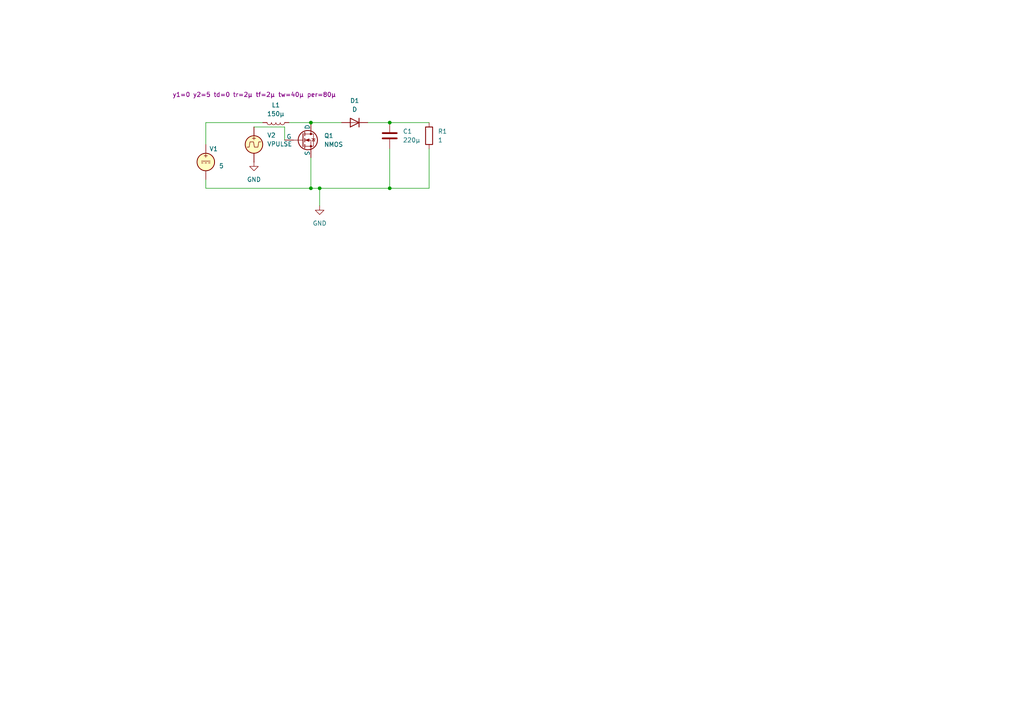
<source format=kicad_sch>
(kicad_sch
	(version 20250114)
	(generator "eeschema")
	(generator_version "9.0")
	(uuid "be171f07-d90a-41f1-9f81-96cb5a9fb1d0")
	(paper "A4")
	(lib_symbols
		(symbol "Device:C"
			(pin_numbers
				(hide yes)
			)
			(pin_names
				(offset 0.254)
			)
			(exclude_from_sim no)
			(in_bom yes)
			(on_board yes)
			(property "Reference" "C"
				(at 0.635 2.54 0)
				(effects
					(font
						(size 1.27 1.27)
					)
					(justify left)
				)
			)
			(property "Value" "C"
				(at 0.635 -2.54 0)
				(effects
					(font
						(size 1.27 1.27)
					)
					(justify left)
				)
			)
			(property "Footprint" ""
				(at 0.9652 -3.81 0)
				(effects
					(font
						(size 1.27 1.27)
					)
					(hide yes)
				)
			)
			(property "Datasheet" "~"
				(at 0 0 0)
				(effects
					(font
						(size 1.27 1.27)
					)
					(hide yes)
				)
			)
			(property "Description" "Unpolarized capacitor"
				(at 0 0 0)
				(effects
					(font
						(size 1.27 1.27)
					)
					(hide yes)
				)
			)
			(property "ki_keywords" "cap capacitor"
				(at 0 0 0)
				(effects
					(font
						(size 1.27 1.27)
					)
					(hide yes)
				)
			)
			(property "ki_fp_filters" "C_*"
				(at 0 0 0)
				(effects
					(font
						(size 1.27 1.27)
					)
					(hide yes)
				)
			)
			(symbol "C_0_1"
				(polyline
					(pts
						(xy -2.032 0.762) (xy 2.032 0.762)
					)
					(stroke
						(width 0.508)
						(type default)
					)
					(fill
						(type none)
					)
				)
				(polyline
					(pts
						(xy -2.032 -0.762) (xy 2.032 -0.762)
					)
					(stroke
						(width 0.508)
						(type default)
					)
					(fill
						(type none)
					)
				)
			)
			(symbol "C_1_1"
				(pin passive line
					(at 0 3.81 270)
					(length 2.794)
					(name "~"
						(effects
							(font
								(size 1.27 1.27)
							)
						)
					)
					(number "1"
						(effects
							(font
								(size 1.27 1.27)
							)
						)
					)
				)
				(pin passive line
					(at 0 -3.81 90)
					(length 2.794)
					(name "~"
						(effects
							(font
								(size 1.27 1.27)
							)
						)
					)
					(number "2"
						(effects
							(font
								(size 1.27 1.27)
							)
						)
					)
				)
			)
			(embedded_fonts no)
		)
		(symbol "Device:D"
			(pin_numbers
				(hide yes)
			)
			(pin_names
				(offset 1.016)
				(hide yes)
			)
			(exclude_from_sim no)
			(in_bom yes)
			(on_board yes)
			(property "Reference" "D"
				(at 0 2.54 0)
				(effects
					(font
						(size 1.27 1.27)
					)
				)
			)
			(property "Value" "D"
				(at 0 -2.54 0)
				(effects
					(font
						(size 1.27 1.27)
					)
				)
			)
			(property "Footprint" ""
				(at 0 0 0)
				(effects
					(font
						(size 1.27 1.27)
					)
					(hide yes)
				)
			)
			(property "Datasheet" "~"
				(at 0 0 0)
				(effects
					(font
						(size 1.27 1.27)
					)
					(hide yes)
				)
			)
			(property "Description" "Diode"
				(at 0 0 0)
				(effects
					(font
						(size 1.27 1.27)
					)
					(hide yes)
				)
			)
			(property "Sim.Device" "D"
				(at 0 0 0)
				(effects
					(font
						(size 1.27 1.27)
					)
					(hide yes)
				)
			)
			(property "Sim.Pins" "1=K 2=A"
				(at 0 0 0)
				(effects
					(font
						(size 1.27 1.27)
					)
					(hide yes)
				)
			)
			(property "ki_keywords" "diode"
				(at 0 0 0)
				(effects
					(font
						(size 1.27 1.27)
					)
					(hide yes)
				)
			)
			(property "ki_fp_filters" "TO-???* *_Diode_* *SingleDiode* D_*"
				(at 0 0 0)
				(effects
					(font
						(size 1.27 1.27)
					)
					(hide yes)
				)
			)
			(symbol "D_0_1"
				(polyline
					(pts
						(xy -1.27 1.27) (xy -1.27 -1.27)
					)
					(stroke
						(width 0.254)
						(type default)
					)
					(fill
						(type none)
					)
				)
				(polyline
					(pts
						(xy 1.27 1.27) (xy 1.27 -1.27) (xy -1.27 0) (xy 1.27 1.27)
					)
					(stroke
						(width 0.254)
						(type default)
					)
					(fill
						(type none)
					)
				)
				(polyline
					(pts
						(xy 1.27 0) (xy -1.27 0)
					)
					(stroke
						(width 0)
						(type default)
					)
					(fill
						(type none)
					)
				)
			)
			(symbol "D_1_1"
				(pin passive line
					(at -3.81 0 0)
					(length 2.54)
					(name "K"
						(effects
							(font
								(size 1.27 1.27)
							)
						)
					)
					(number "1"
						(effects
							(font
								(size 1.27 1.27)
							)
						)
					)
				)
				(pin passive line
					(at 3.81 0 180)
					(length 2.54)
					(name "A"
						(effects
							(font
								(size 1.27 1.27)
							)
						)
					)
					(number "2"
						(effects
							(font
								(size 1.27 1.27)
							)
						)
					)
				)
			)
			(embedded_fonts no)
		)
		(symbol "Device:L"
			(pin_numbers
				(hide yes)
			)
			(pin_names
				(offset 1.016)
				(hide yes)
			)
			(exclude_from_sim no)
			(in_bom yes)
			(on_board yes)
			(property "Reference" "L"
				(at -1.27 0 90)
				(effects
					(font
						(size 1.27 1.27)
					)
				)
			)
			(property "Value" "L"
				(at 1.905 0 90)
				(effects
					(font
						(size 1.27 1.27)
					)
				)
			)
			(property "Footprint" ""
				(at 0 0 0)
				(effects
					(font
						(size 1.27 1.27)
					)
					(hide yes)
				)
			)
			(property "Datasheet" "~"
				(at 0 0 0)
				(effects
					(font
						(size 1.27 1.27)
					)
					(hide yes)
				)
			)
			(property "Description" "Inductor"
				(at 0 0 0)
				(effects
					(font
						(size 1.27 1.27)
					)
					(hide yes)
				)
			)
			(property "ki_keywords" "inductor choke coil reactor magnetic"
				(at 0 0 0)
				(effects
					(font
						(size 1.27 1.27)
					)
					(hide yes)
				)
			)
			(property "ki_fp_filters" "Choke_* *Coil* Inductor_* L_*"
				(at 0 0 0)
				(effects
					(font
						(size 1.27 1.27)
					)
					(hide yes)
				)
			)
			(symbol "L_0_1"
				(arc
					(start 0 2.54)
					(mid 0.6323 1.905)
					(end 0 1.27)
					(stroke
						(width 0)
						(type default)
					)
					(fill
						(type none)
					)
				)
				(arc
					(start 0 1.27)
					(mid 0.6323 0.635)
					(end 0 0)
					(stroke
						(width 0)
						(type default)
					)
					(fill
						(type none)
					)
				)
				(arc
					(start 0 0)
					(mid 0.6323 -0.635)
					(end 0 -1.27)
					(stroke
						(width 0)
						(type default)
					)
					(fill
						(type none)
					)
				)
				(arc
					(start 0 -1.27)
					(mid 0.6323 -1.905)
					(end 0 -2.54)
					(stroke
						(width 0)
						(type default)
					)
					(fill
						(type none)
					)
				)
			)
			(symbol "L_1_1"
				(pin passive line
					(at 0 3.81 270)
					(length 1.27)
					(name "1"
						(effects
							(font
								(size 1.27 1.27)
							)
						)
					)
					(number "1"
						(effects
							(font
								(size 1.27 1.27)
							)
						)
					)
				)
				(pin passive line
					(at 0 -3.81 90)
					(length 1.27)
					(name "2"
						(effects
							(font
								(size 1.27 1.27)
							)
						)
					)
					(number "2"
						(effects
							(font
								(size 1.27 1.27)
							)
						)
					)
				)
			)
			(embedded_fonts no)
		)
		(symbol "Device:R"
			(pin_numbers
				(hide yes)
			)
			(pin_names
				(offset 0)
			)
			(exclude_from_sim no)
			(in_bom yes)
			(on_board yes)
			(property "Reference" "R"
				(at 2.032 0 90)
				(effects
					(font
						(size 1.27 1.27)
					)
				)
			)
			(property "Value" "R"
				(at 0 0 90)
				(effects
					(font
						(size 1.27 1.27)
					)
				)
			)
			(property "Footprint" ""
				(at -1.778 0 90)
				(effects
					(font
						(size 1.27 1.27)
					)
					(hide yes)
				)
			)
			(property "Datasheet" "~"
				(at 0 0 0)
				(effects
					(font
						(size 1.27 1.27)
					)
					(hide yes)
				)
			)
			(property "Description" "Resistor"
				(at 0 0 0)
				(effects
					(font
						(size 1.27 1.27)
					)
					(hide yes)
				)
			)
			(property "ki_keywords" "R res resistor"
				(at 0 0 0)
				(effects
					(font
						(size 1.27 1.27)
					)
					(hide yes)
				)
			)
			(property "ki_fp_filters" "R_*"
				(at 0 0 0)
				(effects
					(font
						(size 1.27 1.27)
					)
					(hide yes)
				)
			)
			(symbol "R_0_1"
				(rectangle
					(start -1.016 -2.54)
					(end 1.016 2.54)
					(stroke
						(width 0.254)
						(type default)
					)
					(fill
						(type none)
					)
				)
			)
			(symbol "R_1_1"
				(pin passive line
					(at 0 3.81 270)
					(length 1.27)
					(name "~"
						(effects
							(font
								(size 1.27 1.27)
							)
						)
					)
					(number "1"
						(effects
							(font
								(size 1.27 1.27)
							)
						)
					)
				)
				(pin passive line
					(at 0 -3.81 90)
					(length 1.27)
					(name "~"
						(effects
							(font
								(size 1.27 1.27)
							)
						)
					)
					(number "2"
						(effects
							(font
								(size 1.27 1.27)
							)
						)
					)
				)
			)
			(embedded_fonts no)
		)
		(symbol "Simulation_SPICE:NMOS"
			(pin_numbers
				(hide yes)
			)
			(pin_names
				(offset 0)
			)
			(exclude_from_sim no)
			(in_bom yes)
			(on_board yes)
			(property "Reference" "Q"
				(at 5.08 1.27 0)
				(effects
					(font
						(size 1.27 1.27)
					)
					(justify left)
				)
			)
			(property "Value" "NMOS"
				(at 5.08 -1.27 0)
				(effects
					(font
						(size 1.27 1.27)
					)
					(justify left)
				)
			)
			(property "Footprint" ""
				(at 5.08 2.54 0)
				(effects
					(font
						(size 1.27 1.27)
					)
					(hide yes)
				)
			)
			(property "Datasheet" "https://ngspice.sourceforge.io/docs/ngspice-html-manual/manual.xhtml#cha_MOSFETs"
				(at 0 -12.7 0)
				(effects
					(font
						(size 1.27 1.27)
					)
					(hide yes)
				)
			)
			(property "Description" "N-MOSFET transistor, drain/source/gate"
				(at 0 0 0)
				(effects
					(font
						(size 1.27 1.27)
					)
					(hide yes)
				)
			)
			(property "Sim.Device" "NMOS"
				(at 0 -17.145 0)
				(effects
					(font
						(size 1.27 1.27)
					)
					(hide yes)
				)
			)
			(property "Sim.Type" "VDMOS"
				(at 0 -19.05 0)
				(effects
					(font
						(size 1.27 1.27)
					)
					(hide yes)
				)
			)
			(property "Sim.Pins" "1=D 2=G 3=S"
				(at 0 -15.24 0)
				(effects
					(font
						(size 1.27 1.27)
					)
					(hide yes)
				)
			)
			(property "ki_keywords" "transistor NMOS N-MOS N-MOSFET simulation"
				(at 0 0 0)
				(effects
					(font
						(size 1.27 1.27)
					)
					(hide yes)
				)
			)
			(symbol "NMOS_0_1"
				(polyline
					(pts
						(xy 0.254 1.905) (xy 0.254 -1.905)
					)
					(stroke
						(width 0.254)
						(type default)
					)
					(fill
						(type none)
					)
				)
				(polyline
					(pts
						(xy 0.254 0) (xy -2.54 0)
					)
					(stroke
						(width 0)
						(type default)
					)
					(fill
						(type none)
					)
				)
				(polyline
					(pts
						(xy 0.762 2.286) (xy 0.762 1.27)
					)
					(stroke
						(width 0.254)
						(type default)
					)
					(fill
						(type none)
					)
				)
				(polyline
					(pts
						(xy 0.762 0.508) (xy 0.762 -0.508)
					)
					(stroke
						(width 0.254)
						(type default)
					)
					(fill
						(type none)
					)
				)
				(polyline
					(pts
						(xy 0.762 -1.27) (xy 0.762 -2.286)
					)
					(stroke
						(width 0.254)
						(type default)
					)
					(fill
						(type none)
					)
				)
				(polyline
					(pts
						(xy 0.762 -1.778) (xy 3.302 -1.778) (xy 3.302 1.778) (xy 0.762 1.778)
					)
					(stroke
						(width 0)
						(type default)
					)
					(fill
						(type none)
					)
				)
				(polyline
					(pts
						(xy 1.016 0) (xy 2.032 0.381) (xy 2.032 -0.381) (xy 1.016 0)
					)
					(stroke
						(width 0)
						(type default)
					)
					(fill
						(type outline)
					)
				)
				(circle
					(center 1.651 0)
					(radius 2.794)
					(stroke
						(width 0.254)
						(type default)
					)
					(fill
						(type none)
					)
				)
				(polyline
					(pts
						(xy 2.54 2.54) (xy 2.54 1.778)
					)
					(stroke
						(width 0)
						(type default)
					)
					(fill
						(type none)
					)
				)
				(circle
					(center 2.54 1.778)
					(radius 0.254)
					(stroke
						(width 0)
						(type default)
					)
					(fill
						(type outline)
					)
				)
				(circle
					(center 2.54 -1.778)
					(radius 0.254)
					(stroke
						(width 0)
						(type default)
					)
					(fill
						(type outline)
					)
				)
				(polyline
					(pts
						(xy 2.54 -2.54) (xy 2.54 0) (xy 0.762 0)
					)
					(stroke
						(width 0)
						(type default)
					)
					(fill
						(type none)
					)
				)
				(polyline
					(pts
						(xy 2.794 0.508) (xy 2.921 0.381) (xy 3.683 0.381) (xy 3.81 0.254)
					)
					(stroke
						(width 0)
						(type default)
					)
					(fill
						(type none)
					)
				)
				(polyline
					(pts
						(xy 3.302 0.381) (xy 2.921 -0.254) (xy 3.683 -0.254) (xy 3.302 0.381)
					)
					(stroke
						(width 0)
						(type default)
					)
					(fill
						(type none)
					)
				)
			)
			(symbol "NMOS_1_1"
				(pin input line
					(at -5.08 0 0)
					(length 2.54)
					(name "G"
						(effects
							(font
								(size 1.27 1.27)
							)
						)
					)
					(number "2"
						(effects
							(font
								(size 1.27 1.27)
							)
						)
					)
				)
				(pin passive line
					(at 2.54 5.08 270)
					(length 2.54)
					(name "D"
						(effects
							(font
								(size 1.27 1.27)
							)
						)
					)
					(number "1"
						(effects
							(font
								(size 1.27 1.27)
							)
						)
					)
				)
				(pin passive line
					(at 2.54 -5.08 90)
					(length 2.54)
					(name "S"
						(effects
							(font
								(size 1.27 1.27)
							)
						)
					)
					(number "3"
						(effects
							(font
								(size 1.27 1.27)
							)
						)
					)
				)
			)
			(embedded_fonts no)
		)
		(symbol "Simulation_SPICE:VDC"
			(pin_numbers
				(hide yes)
			)
			(pin_names
				(offset 0.0254)
			)
			(exclude_from_sim no)
			(in_bom yes)
			(on_board yes)
			(property "Reference" "V"
				(at 2.54 2.54 0)
				(effects
					(font
						(size 1.27 1.27)
					)
					(justify left)
				)
			)
			(property "Value" "1"
				(at 2.54 0 0)
				(effects
					(font
						(size 1.27 1.27)
					)
					(justify left)
				)
			)
			(property "Footprint" ""
				(at 0 0 0)
				(effects
					(font
						(size 1.27 1.27)
					)
					(hide yes)
				)
			)
			(property "Datasheet" "https://ngspice.sourceforge.io/docs/ngspice-html-manual/manual.xhtml#sec_Independent_Sources_for"
				(at 0 0 0)
				(effects
					(font
						(size 1.27 1.27)
					)
					(hide yes)
				)
			)
			(property "Description" "Voltage source, DC"
				(at 0 0 0)
				(effects
					(font
						(size 1.27 1.27)
					)
					(hide yes)
				)
			)
			(property "Sim.Pins" "1=+ 2=-"
				(at 0 0 0)
				(effects
					(font
						(size 1.27 1.27)
					)
					(hide yes)
				)
			)
			(property "Sim.Type" "DC"
				(at 0 0 0)
				(effects
					(font
						(size 1.27 1.27)
					)
					(hide yes)
				)
			)
			(property "Sim.Device" "V"
				(at 0 0 0)
				(effects
					(font
						(size 1.27 1.27)
					)
					(justify left)
					(hide yes)
				)
			)
			(property "ki_keywords" "simulation"
				(at 0 0 0)
				(effects
					(font
						(size 1.27 1.27)
					)
					(hide yes)
				)
			)
			(symbol "VDC_0_0"
				(polyline
					(pts
						(xy -1.27 0.254) (xy 1.27 0.254)
					)
					(stroke
						(width 0)
						(type default)
					)
					(fill
						(type none)
					)
				)
				(polyline
					(pts
						(xy -0.762 -0.254) (xy -1.27 -0.254)
					)
					(stroke
						(width 0)
						(type default)
					)
					(fill
						(type none)
					)
				)
				(polyline
					(pts
						(xy 0.254 -0.254) (xy -0.254 -0.254)
					)
					(stroke
						(width 0)
						(type default)
					)
					(fill
						(type none)
					)
				)
				(polyline
					(pts
						(xy 1.27 -0.254) (xy 0.762 -0.254)
					)
					(stroke
						(width 0)
						(type default)
					)
					(fill
						(type none)
					)
				)
				(text "+"
					(at 0 1.905 0)
					(effects
						(font
							(size 1.27 1.27)
						)
					)
				)
			)
			(symbol "VDC_0_1"
				(circle
					(center 0 0)
					(radius 2.54)
					(stroke
						(width 0.254)
						(type default)
					)
					(fill
						(type background)
					)
				)
			)
			(symbol "VDC_1_1"
				(pin passive line
					(at 0 5.08 270)
					(length 2.54)
					(name "~"
						(effects
							(font
								(size 1.27 1.27)
							)
						)
					)
					(number "1"
						(effects
							(font
								(size 1.27 1.27)
							)
						)
					)
				)
				(pin passive line
					(at 0 -5.08 90)
					(length 2.54)
					(name "~"
						(effects
							(font
								(size 1.27 1.27)
							)
						)
					)
					(number "2"
						(effects
							(font
								(size 1.27 1.27)
							)
						)
					)
				)
			)
			(embedded_fonts no)
		)
		(symbol "Simulation_SPICE:VPULSE"
			(pin_numbers
				(hide yes)
			)
			(pin_names
				(offset 0.0254)
			)
			(exclude_from_sim no)
			(in_bom yes)
			(on_board yes)
			(property "Reference" "V"
				(at 2.54 2.54 0)
				(effects
					(font
						(size 1.27 1.27)
					)
					(justify left)
				)
			)
			(property "Value" "VPULSE"
				(at 2.54 0 0)
				(effects
					(font
						(size 1.27 1.27)
					)
					(justify left)
				)
			)
			(property "Footprint" ""
				(at 0 0 0)
				(effects
					(font
						(size 1.27 1.27)
					)
					(hide yes)
				)
			)
			(property "Datasheet" "https://ngspice.sourceforge.io/docs/ngspice-html-manual/manual.xhtml#sec_Independent_Sources_for"
				(at 0 0 0)
				(effects
					(font
						(size 1.27 1.27)
					)
					(hide yes)
				)
			)
			(property "Description" "Voltage source, pulse"
				(at 0 0 0)
				(effects
					(font
						(size 1.27 1.27)
					)
					(hide yes)
				)
			)
			(property "Sim.Pins" "1=+ 2=-"
				(at 0 0 0)
				(effects
					(font
						(size 1.27 1.27)
					)
					(hide yes)
				)
			)
			(property "Sim.Type" "PULSE"
				(at 0 0 0)
				(effects
					(font
						(size 1.27 1.27)
					)
					(hide yes)
				)
			)
			(property "Sim.Device" "V"
				(at 0 0 0)
				(effects
					(font
						(size 1.27 1.27)
					)
					(justify left)
					(hide yes)
				)
			)
			(property "Sim.Params" "y1=0 y2=1 td=2n tr=2n tf=2n tw=50n per=100n"
				(at 2.54 -2.54 0)
				(effects
					(font
						(size 1.27 1.27)
					)
					(justify left)
				)
			)
			(property "ki_keywords" "simulation"
				(at 0 0 0)
				(effects
					(font
						(size 1.27 1.27)
					)
					(hide yes)
				)
			)
			(symbol "VPULSE_0_0"
				(polyline
					(pts
						(xy -2.032 -0.762) (xy -1.397 -0.762) (xy -1.143 0.762) (xy -0.127 0.762) (xy 0.127 -0.762) (xy 1.143 -0.762)
						(xy 1.397 0.762) (xy 2.032 0.762)
					)
					(stroke
						(width 0)
						(type default)
					)
					(fill
						(type none)
					)
				)
				(text "+"
					(at 0 1.905 0)
					(effects
						(font
							(size 1.27 1.27)
						)
					)
				)
			)
			(symbol "VPULSE_0_1"
				(circle
					(center 0 0)
					(radius 2.54)
					(stroke
						(width 0.254)
						(type default)
					)
					(fill
						(type background)
					)
				)
			)
			(symbol "VPULSE_1_1"
				(pin passive line
					(at 0 5.08 270)
					(length 2.54)
					(name "~"
						(effects
							(font
								(size 1.27 1.27)
							)
						)
					)
					(number "1"
						(effects
							(font
								(size 1.27 1.27)
							)
						)
					)
				)
				(pin passive line
					(at 0 -5.08 90)
					(length 2.54)
					(name "~"
						(effects
							(font
								(size 1.27 1.27)
							)
						)
					)
					(number "2"
						(effects
							(font
								(size 1.27 1.27)
							)
						)
					)
				)
			)
			(embedded_fonts no)
		)
		(symbol "power:GND"
			(power)
			(pin_numbers
				(hide yes)
			)
			(pin_names
				(offset 0)
				(hide yes)
			)
			(exclude_from_sim no)
			(in_bom yes)
			(on_board yes)
			(property "Reference" "#PWR"
				(at 0 -6.35 0)
				(effects
					(font
						(size 1.27 1.27)
					)
					(hide yes)
				)
			)
			(property "Value" "GND"
				(at 0 -3.81 0)
				(effects
					(font
						(size 1.27 1.27)
					)
				)
			)
			(property "Footprint" ""
				(at 0 0 0)
				(effects
					(font
						(size 1.27 1.27)
					)
					(hide yes)
				)
			)
			(property "Datasheet" ""
				(at 0 0 0)
				(effects
					(font
						(size 1.27 1.27)
					)
					(hide yes)
				)
			)
			(property "Description" "Power symbol creates a global label with name \"GND\" , ground"
				(at 0 0 0)
				(effects
					(font
						(size 1.27 1.27)
					)
					(hide yes)
				)
			)
			(property "ki_keywords" "global power"
				(at 0 0 0)
				(effects
					(font
						(size 1.27 1.27)
					)
					(hide yes)
				)
			)
			(symbol "GND_0_1"
				(polyline
					(pts
						(xy 0 0) (xy 0 -1.27) (xy 1.27 -1.27) (xy 0 -2.54) (xy -1.27 -1.27) (xy 0 -1.27)
					)
					(stroke
						(width 0)
						(type default)
					)
					(fill
						(type none)
					)
				)
			)
			(symbol "GND_1_1"
				(pin power_in line
					(at 0 0 270)
					(length 0)
					(name "~"
						(effects
							(font
								(size 1.27 1.27)
							)
						)
					)
					(number "1"
						(effects
							(font
								(size 1.27 1.27)
							)
						)
					)
				)
			)
			(embedded_fonts no)
		)
	)
	(junction
		(at 92.71 54.61)
		(diameter 0)
		(color 0 0 0 0)
		(uuid "2e63b0c3-8844-49a1-8daa-29fc4e9760ad")
	)
	(junction
		(at 90.17 35.56)
		(diameter 0)
		(color 0 0 0 0)
		(uuid "70d51601-8c02-45eb-abeb-6bc648af2671")
	)
	(junction
		(at 113.03 35.56)
		(diameter 0)
		(color 0 0 0 0)
		(uuid "a6ed2007-d63b-42bc-9983-68696d204019")
	)
	(junction
		(at 90.17 54.61)
		(diameter 0)
		(color 0 0 0 0)
		(uuid "b4d59e14-192e-4d95-b70d-263fae988b08")
	)
	(junction
		(at 113.03 54.61)
		(diameter 0)
		(color 0 0 0 0)
		(uuid "d966aecf-0140-46a1-b18c-4082cf570c40")
	)
	(wire
		(pts
			(xy 124.46 43.18) (xy 124.46 54.61)
		)
		(stroke
			(width 0)
			(type default)
		)
		(uuid "04c50e59-4673-4b2c-8229-8b29bae8919c")
	)
	(wire
		(pts
			(xy 106.68 35.56) (xy 113.03 35.56)
		)
		(stroke
			(width 0)
			(type default)
		)
		(uuid "14121c71-8320-4f9d-bedd-4a04b80a9e37")
	)
	(wire
		(pts
			(xy 59.69 35.56) (xy 76.2 35.56)
		)
		(stroke
			(width 0)
			(type default)
		)
		(uuid "3d8e1904-688d-45b5-b123-81164cc1c497")
	)
	(wire
		(pts
			(xy 92.71 54.61) (xy 113.03 54.61)
		)
		(stroke
			(width 0)
			(type default)
		)
		(uuid "4ca0b94d-c892-4f67-8a24-9c2a8e922b10")
	)
	(wire
		(pts
			(xy 90.17 45.72) (xy 90.17 54.61)
		)
		(stroke
			(width 0)
			(type default)
		)
		(uuid "5030914d-717d-4389-b894-478b00ef660b")
	)
	(wire
		(pts
			(xy 113.03 54.61) (xy 124.46 54.61)
		)
		(stroke
			(width 0)
			(type default)
		)
		(uuid "510e2e3e-2d50-460a-ae41-05b24c328593")
	)
	(wire
		(pts
			(xy 59.69 54.61) (xy 90.17 54.61)
		)
		(stroke
			(width 0)
			(type default)
		)
		(uuid "6aeea767-66f1-435a-b439-e9cc8f6acd5c")
	)
	(wire
		(pts
			(xy 90.17 54.61) (xy 92.71 54.61)
		)
		(stroke
			(width 0)
			(type default)
		)
		(uuid "6f46b34a-2a85-4512-bded-7b8119308b12")
	)
	(wire
		(pts
			(xy 113.03 35.56) (xy 124.46 35.56)
		)
		(stroke
			(width 0)
			(type default)
		)
		(uuid "8a6828c7-c9ce-4704-be55-333c531b0f88")
	)
	(wire
		(pts
			(xy 90.17 35.56) (xy 99.06 35.56)
		)
		(stroke
			(width 0)
			(type default)
		)
		(uuid "94cf0072-6db3-4999-a1e9-05c654e96360")
	)
	(wire
		(pts
			(xy 73.66 36.83) (xy 82.55 36.83)
		)
		(stroke
			(width 0)
			(type default)
		)
		(uuid "af49ece6-a691-4b47-900d-d70b48d16577")
	)
	(wire
		(pts
			(xy 83.82 35.56) (xy 90.17 35.56)
		)
		(stroke
			(width 0)
			(type default)
		)
		(uuid "afd309ab-5652-4c2d-a81b-4c3c9cc872bc")
	)
	(wire
		(pts
			(xy 82.55 36.83) (xy 82.55 40.64)
		)
		(stroke
			(width 0)
			(type default)
		)
		(uuid "b6d21e9f-8bf4-4dad-ba9b-c50c0c00f8e0")
	)
	(wire
		(pts
			(xy 59.69 35.56) (xy 59.69 41.91)
		)
		(stroke
			(width 0)
			(type default)
		)
		(uuid "cd2776f9-bd9c-47f2-8d4f-03ccc01b52f3")
	)
	(wire
		(pts
			(xy 59.69 54.61) (xy 59.69 52.07)
		)
		(stroke
			(width 0)
			(type default)
		)
		(uuid "e52549b9-74b9-4bf9-8575-70b510ef1caf")
	)
	(wire
		(pts
			(xy 92.71 54.61) (xy 92.71 59.69)
		)
		(stroke
			(width 0)
			(type default)
		)
		(uuid "fab0c265-0e79-4729-97f5-3db43cd5aff6")
	)
	(wire
		(pts
			(xy 113.03 43.18) (xy 113.03 54.61)
		)
		(stroke
			(width 0)
			(type default)
		)
		(uuid "fb5a48a3-41db-4896-b8c1-85a2c6767b18")
	)
	(symbol
		(lib_id "Device:C")
		(at 113.03 39.37 0)
		(unit 1)
		(exclude_from_sim no)
		(in_bom yes)
		(on_board yes)
		(dnp no)
		(fields_autoplaced yes)
		(uuid "088f9f2d-3e38-4e82-948d-694b5f272985")
		(property "Reference" "C1"
			(at 116.84 38.0999 0)
			(effects
				(font
					(size 1.27 1.27)
				)
				(justify left)
			)
		)
		(property "Value" "220µ"
			(at 116.84 40.6399 0)
			(effects
				(font
					(size 1.27 1.27)
				)
				(justify left)
			)
		)
		(property "Footprint" ""
			(at 113.9952 43.18 0)
			(effects
				(font
					(size 1.27 1.27)
				)
				(hide yes)
			)
		)
		(property "Datasheet" "~"
			(at 113.03 39.37 0)
			(effects
				(font
					(size 1.27 1.27)
				)
				(hide yes)
			)
		)
		(property "Description" "Unpolarized capacitor"
			(at 113.03 39.37 0)
			(effects
				(font
					(size 1.27 1.27)
				)
				(hide yes)
			)
		)
		(pin "2"
			(uuid "b0fda7af-9050-4600-a082-4a1781530628")
		)
		(pin "1"
			(uuid "80c8cfce-e4b6-4161-8a63-17ce09ececa5")
		)
		(instances
			(project ""
				(path "/be171f07-d90a-41f1-9f81-96cb5a9fb1d0"
					(reference "C1")
					(unit 1)
				)
			)
		)
	)
	(symbol
		(lib_id "Simulation_SPICE:NMOS")
		(at 87.63 40.64 0)
		(unit 1)
		(exclude_from_sim no)
		(in_bom yes)
		(on_board yes)
		(dnp no)
		(fields_autoplaced yes)
		(uuid "2e191ddd-5523-44b1-957f-19a2144bc292")
		(property "Reference" "Q1"
			(at 93.98 39.3699 0)
			(effects
				(font
					(size 1.27 1.27)
				)
				(justify left)
			)
		)
		(property "Value" "NMOS"
			(at 93.98 41.9099 0)
			(effects
				(font
					(size 1.27 1.27)
				)
				(justify left)
			)
		)
		(property "Footprint" ""
			(at 92.71 38.1 0)
			(effects
				(font
					(size 1.27 1.27)
				)
				(hide yes)
			)
		)
		(property "Datasheet" "https://ngspice.sourceforge.io/docs/ngspice-html-manual/manual.xhtml#cha_MOSFETs"
			(at 87.63 53.34 0)
			(effects
				(font
					(size 1.27 1.27)
				)
				(hide yes)
			)
		)
		(property "Description" "N-MOSFET transistor, drain/source/gate"
			(at 87.63 40.64 0)
			(effects
				(font
					(size 1.27 1.27)
				)
				(hide yes)
			)
		)
		(property "Sim.Device" "NMOS"
			(at 87.63 57.785 0)
			(effects
				(font
					(size 1.27 1.27)
				)
				(hide yes)
			)
		)
		(property "Sim.Type" "VDMOS"
			(at 87.63 59.69 0)
			(effects
				(font
					(size 1.27 1.27)
				)
				(hide yes)
			)
		)
		(property "Sim.Pins" "1=D 2=G 3=S"
			(at 87.63 55.88 0)
			(effects
				(font
					(size 1.27 1.27)
				)
				(hide yes)
			)
		)
		(pin "2"
			(uuid "50fc8dca-d524-4ab7-bf5f-73f3a39daf1a")
		)
		(pin "3"
			(uuid "17935136-a848-448e-b449-f652ea835ef6")
		)
		(pin "1"
			(uuid "ea6fd839-87ee-44b9-bce8-a995bccda106")
		)
		(instances
			(project ""
				(path "/be171f07-d90a-41f1-9f81-96cb5a9fb1d0"
					(reference "Q1")
					(unit 1)
				)
			)
		)
	)
	(symbol
		(lib_id "power:GND")
		(at 73.66 46.99 0)
		(unit 1)
		(exclude_from_sim no)
		(in_bom yes)
		(on_board yes)
		(dnp no)
		(fields_autoplaced yes)
		(uuid "3ef380ec-bf8b-4774-8ba8-3d49f46244ba")
		(property "Reference" "#PWR02"
			(at 73.66 53.34 0)
			(effects
				(font
					(size 1.27 1.27)
				)
				(hide yes)
			)
		)
		(property "Value" "GND"
			(at 73.66 52.07 0)
			(effects
				(font
					(size 1.27 1.27)
				)
			)
		)
		(property "Footprint" ""
			(at 73.66 46.99 0)
			(effects
				(font
					(size 1.27 1.27)
				)
				(hide yes)
			)
		)
		(property "Datasheet" ""
			(at 73.66 46.99 0)
			(effects
				(font
					(size 1.27 1.27)
				)
				(hide yes)
			)
		)
		(property "Description" "Power symbol creates a global label with name \"GND\" , ground"
			(at 73.66 46.99 0)
			(effects
				(font
					(size 1.27 1.27)
				)
				(hide yes)
			)
		)
		(pin "1"
			(uuid "f40d658f-08d9-4ca9-9cc7-40276931a909")
		)
		(instances
			(project ""
				(path "/be171f07-d90a-41f1-9f81-96cb5a9fb1d0"
					(reference "#PWR02")
					(unit 1)
				)
			)
		)
	)
	(symbol
		(lib_id "power:GND")
		(at 92.71 59.69 0)
		(unit 1)
		(exclude_from_sim no)
		(in_bom yes)
		(on_board yes)
		(dnp no)
		(fields_autoplaced yes)
		(uuid "8004e0bf-3bc1-4964-a777-23f75826edf7")
		(property "Reference" "#PWR01"
			(at 92.71 66.04 0)
			(effects
				(font
					(size 1.27 1.27)
				)
				(hide yes)
			)
		)
		(property "Value" "GND"
			(at 92.71 64.77 0)
			(effects
				(font
					(size 1.27 1.27)
				)
			)
		)
		(property "Footprint" ""
			(at 92.71 59.69 0)
			(effects
				(font
					(size 1.27 1.27)
				)
				(hide yes)
			)
		)
		(property "Datasheet" ""
			(at 92.71 59.69 0)
			(effects
				(font
					(size 1.27 1.27)
				)
				(hide yes)
			)
		)
		(property "Description" "Power symbol creates a global label with name \"GND\" , ground"
			(at 92.71 59.69 0)
			(effects
				(font
					(size 1.27 1.27)
				)
				(hide yes)
			)
		)
		(pin "1"
			(uuid "d1730402-4b74-422c-9e8c-d7351978286e")
		)
		(instances
			(project ""
				(path "/be171f07-d90a-41f1-9f81-96cb5a9fb1d0"
					(reference "#PWR01")
					(unit 1)
				)
			)
		)
	)
	(symbol
		(lib_id "Device:R")
		(at 124.46 39.37 0)
		(unit 1)
		(exclude_from_sim no)
		(in_bom yes)
		(on_board yes)
		(dnp no)
		(fields_autoplaced yes)
		(uuid "81df1a43-dda1-49bc-a9a5-787f970cc3c5")
		(property "Reference" "R1"
			(at 127 38.0999 0)
			(effects
				(font
					(size 1.27 1.27)
				)
				(justify left)
			)
		)
		(property "Value" "1"
			(at 127 40.6399 0)
			(effects
				(font
					(size 1.27 1.27)
				)
				(justify left)
			)
		)
		(property "Footprint" ""
			(at 122.682 39.37 90)
			(effects
				(font
					(size 1.27 1.27)
				)
				(hide yes)
			)
		)
		(property "Datasheet" "~"
			(at 124.46 39.37 0)
			(effects
				(font
					(size 1.27 1.27)
				)
				(hide yes)
			)
		)
		(property "Description" "Resistor"
			(at 124.46 39.37 0)
			(effects
				(font
					(size 1.27 1.27)
				)
				(hide yes)
			)
		)
		(property "Sim.Device" "R"
			(at 0 78.74 0)
			(effects
				(font
					(size 1.27 1.27)
				)
				(hide yes)
			)
		)
		(property "Sim.Pins" "1=+ 2=-"
			(at 0 78.74 0)
			(effects
				(font
					(size 1.27 1.27)
				)
				(hide yes)
			)
		)
		(pin "1"
			(uuid "62971e62-949e-4645-aaf4-53b59cb0abaf")
		)
		(pin "2"
			(uuid "46d2453b-00d2-4d1e-b56c-c540a8903581")
		)
		(instances
			(project ""
				(path "/be171f07-d90a-41f1-9f81-96cb5a9fb1d0"
					(reference "R1")
					(unit 1)
				)
			)
		)
	)
	(symbol
		(lib_id "Device:L")
		(at 80.01 35.56 270)
		(unit 1)
		(exclude_from_sim no)
		(in_bom yes)
		(on_board yes)
		(dnp no)
		(fields_autoplaced yes)
		(uuid "d3323113-6251-42fa-ae17-08be340406b9")
		(property "Reference" "L1"
			(at 80.01 30.48 90)
			(effects
				(font
					(size 1.27 1.27)
				)
			)
		)
		(property "Value" "150µ"
			(at 80.01 33.02 90)
			(effects
				(font
					(size 1.27 1.27)
				)
			)
		)
		(property "Footprint" ""
			(at 80.01 35.56 0)
			(effects
				(font
					(size 1.27 1.27)
				)
				(hide yes)
			)
		)
		(property "Datasheet" "~"
			(at 80.01 35.56 0)
			(effects
				(font
					(size 1.27 1.27)
				)
				(hide yes)
			)
		)
		(property "Description" "Inductor"
			(at 80.01 35.56 0)
			(effects
				(font
					(size 1.27 1.27)
				)
				(hide yes)
			)
		)
		(pin "1"
			(uuid "12454f79-31e2-406f-877d-4ac4fcfd5b33")
		)
		(pin "2"
			(uuid "feec1131-bebe-4f0b-a07b-f790d03234c1")
		)
		(instances
			(project ""
				(path "/be171f07-d90a-41f1-9f81-96cb5a9fb1d0"
					(reference "L1")
					(unit 1)
				)
			)
		)
	)
	(symbol
		(lib_id "Device:D")
		(at 102.87 35.56 180)
		(unit 1)
		(exclude_from_sim no)
		(in_bom yes)
		(on_board yes)
		(dnp no)
		(fields_autoplaced yes)
		(uuid "e514135e-53e3-476b-872b-5effe4289057")
		(property "Reference" "D1"
			(at 102.87 29.21 0)
			(effects
				(font
					(size 1.27 1.27)
				)
			)
		)
		(property "Value" "D"
			(at 102.87 31.75 0)
			(effects
				(font
					(size 1.27 1.27)
				)
			)
		)
		(property "Footprint" ""
			(at 102.87 35.56 0)
			(effects
				(font
					(size 1.27 1.27)
				)
				(hide yes)
			)
		)
		(property "Datasheet" "~"
			(at 102.87 35.56 0)
			(effects
				(font
					(size 1.27 1.27)
				)
				(hide yes)
			)
		)
		(property "Description" "Diode"
			(at 102.87 35.56 0)
			(effects
				(font
					(size 1.27 1.27)
				)
				(hide yes)
			)
		)
		(property "Sim.Device" "D"
			(at 102.87 35.56 0)
			(effects
				(font
					(size 1.27 1.27)
				)
				(hide yes)
			)
		)
		(property "Sim.Pins" "1=K 2=A"
			(at 102.87 35.56 0)
			(effects
				(font
					(size 1.27 1.27)
				)
				(hide yes)
			)
		)
		(pin "1"
			(uuid "0ec4cc08-37fd-4955-a88e-79f7349aa88b")
		)
		(pin "2"
			(uuid "7d88402a-fb33-4873-98f7-a8741427afe3")
		)
		(instances
			(project ""
				(path "/be171f07-d90a-41f1-9f81-96cb5a9fb1d0"
					(reference "D1")
					(unit 1)
				)
			)
		)
	)
	(symbol
		(lib_id "Simulation_SPICE:VPULSE")
		(at 73.66 41.91 0)
		(unit 1)
		(exclude_from_sim no)
		(in_bom yes)
		(on_board yes)
		(dnp no)
		(uuid "e62508ac-241c-411f-9510-38d64462877e")
		(property "Reference" "V2"
			(at 77.47 39.2401 0)
			(effects
				(font
					(size 1.27 1.27)
				)
				(justify left)
			)
		)
		(property "Value" "VPULSE"
			(at 77.47 41.7801 0)
			(effects
				(font
					(size 1.27 1.27)
				)
				(justify left)
			)
		)
		(property "Footprint" ""
			(at 73.66 41.91 0)
			(effects
				(font
					(size 1.27 1.27)
				)
				(hide yes)
			)
		)
		(property "Datasheet" "https://ngspice.sourceforge.io/docs/ngspice-html-manual/manual.xhtml#sec_Independent_Sources_for"
			(at 73.66 41.91 0)
			(effects
				(font
					(size 1.27 1.27)
				)
				(hide yes)
			)
		)
		(property "Description" "Voltage source, pulse"
			(at 73.66 41.91 0)
			(effects
				(font
					(size 1.27 1.27)
				)
				(hide yes)
			)
		)
		(property "Sim.Pins" "1=+ 2=-"
			(at 73.66 41.91 0)
			(effects
				(font
					(size 1.27 1.27)
				)
				(hide yes)
			)
		)
		(property "Sim.Type" "PULSE"
			(at 73.66 41.91 0)
			(effects
				(font
					(size 1.27 1.27)
				)
				(hide yes)
			)
		)
		(property "Sim.Device" "V"
			(at 73.66 41.91 0)
			(effects
				(font
					(size 1.27 1.27)
				)
				(justify left)
				(hide yes)
			)
		)
		(property "Sim.Params" "y1=0 y2=5 td=0 tr=2µ tf=2µ tw=40µ per=80µ"
			(at 50.038 27.432 0)
			(effects
				(font
					(size 1.27 1.27)
				)
				(justify left)
			)
		)
		(pin "2"
			(uuid "40dd4ed4-a304-47ae-a5c3-adb8dd74530c")
		)
		(pin "1"
			(uuid "eee0f655-082b-4c99-92c0-5d4f0534026e")
		)
		(instances
			(project ""
				(path "/be171f07-d90a-41f1-9f81-96cb5a9fb1d0"
					(reference "V2")
					(unit 1)
				)
			)
		)
	)
	(symbol
		(lib_id "Simulation_SPICE:VDC")
		(at 59.69 46.99 0)
		(unit 1)
		(exclude_from_sim no)
		(in_bom yes)
		(on_board yes)
		(dnp no)
		(uuid "f201ff3f-ce2f-4d6b-b82e-f0ebc5a1280d")
		(property "Reference" "V1"
			(at 60.706 43.18 0)
			(effects
				(font
					(size 1.27 1.27)
				)
				(justify left)
			)
		)
		(property "Value" "5"
			(at 63.5 48.1301 0)
			(effects
				(font
					(size 1.27 1.27)
				)
				(justify left)
			)
		)
		(property "Footprint" ""
			(at 59.69 46.99 0)
			(effects
				(font
					(size 1.27 1.27)
				)
				(hide yes)
			)
		)
		(property "Datasheet" "https://ngspice.sourceforge.io/docs/ngspice-html-manual/manual.xhtml#sec_Independent_Sources_for"
			(at 59.69 46.99 0)
			(effects
				(font
					(size 1.27 1.27)
				)
				(hide yes)
			)
		)
		(property "Description" "Voltage source, DC"
			(at 59.69 46.99 0)
			(effects
				(font
					(size 1.27 1.27)
				)
				(hide yes)
			)
		)
		(property "Sim.Pins" "1=+ 2=-"
			(at 59.69 46.99 0)
			(effects
				(font
					(size 1.27 1.27)
				)
				(hide yes)
			)
		)
		(property "Sim.Type" "DC"
			(at 59.69 46.99 0)
			(effects
				(font
					(size 1.27 1.27)
				)
				(hide yes)
			)
		)
		(property "Sim.Device" "V"
			(at 59.69 46.99 0)
			(effects
				(font
					(size 1.27 1.27)
				)
				(justify left)
				(hide yes)
			)
		)
		(pin "2"
			(uuid "fe5ffd22-005b-4402-9bdb-bec316e7c5a4")
		)
		(pin "1"
			(uuid "a6b2990e-1630-4108-9fa8-7a1108b6dc58")
		)
		(instances
			(project ""
				(path "/be171f07-d90a-41f1-9f81-96cb5a9fb1d0"
					(reference "V1")
					(unit 1)
				)
			)
		)
	)
	(sheet_instances
		(path "/"
			(page "1")
		)
	)
	(embedded_fonts no)
)

</source>
